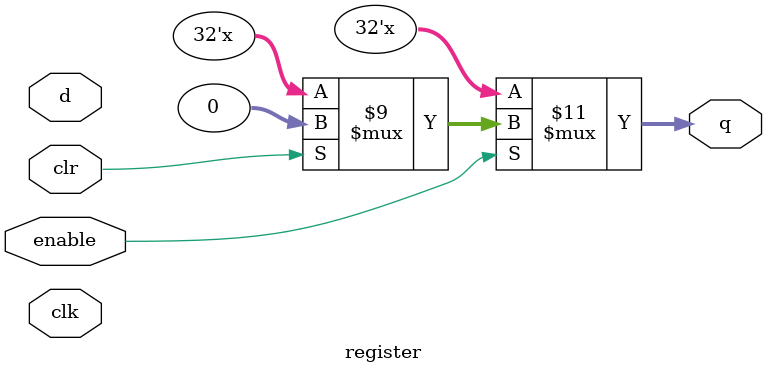
<source format=v>
module register #(parameter WIDTH = 32) (
    input wire clk,           // Clock signal
    input wire clr,           // Clear/reset signal
    input wire [WIDTH-1:0] d, // Input data
    input wire enable,        // Write enable
    output reg [WIDTH-1:0] q  // Output data
);

reg [31:0] qTemp;
always @(*) begin
    if (clr)
        q <= {WIDTH{1'b0}}; // Clear register to all zeros
    else if (enable)
        qTemp <= d;             // Load data into register
		
    if (enable == 0)
		 q <= qTemp;
end

endmodule
</source>
